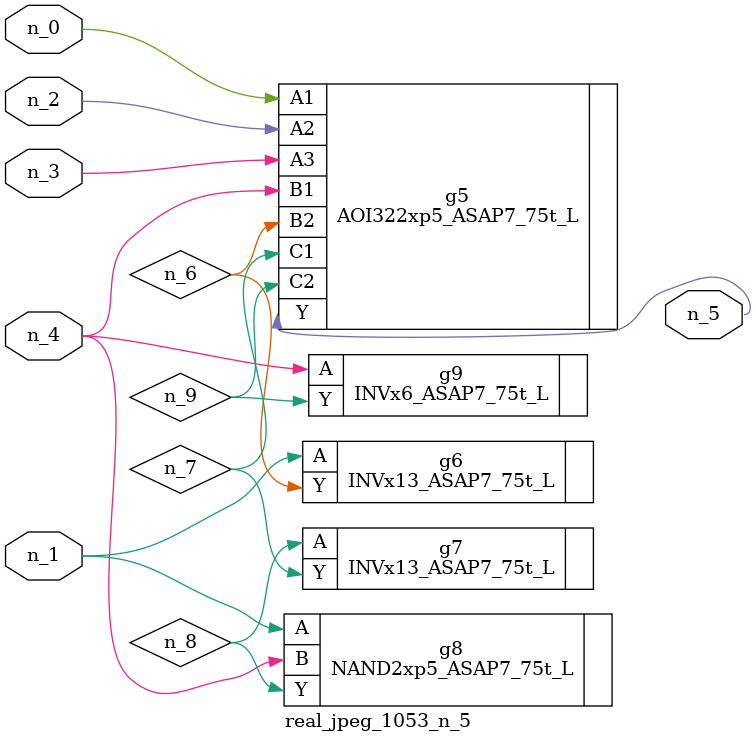
<source format=v>
module real_jpeg_1053_n_5 (n_4, n_0, n_1, n_2, n_3, n_5);

input n_4;
input n_0;
input n_1;
input n_2;
input n_3;

output n_5;

wire n_8;
wire n_6;
wire n_7;
wire n_9;

AOI322xp5_ASAP7_75t_L g5 ( 
.A1(n_0),
.A2(n_2),
.A3(n_3),
.B1(n_4),
.B2(n_6),
.C1(n_7),
.C2(n_9),
.Y(n_5)
);

INVx13_ASAP7_75t_L g6 ( 
.A(n_1),
.Y(n_6)
);

NAND2xp5_ASAP7_75t_L g8 ( 
.A(n_1),
.B(n_4),
.Y(n_8)
);

INVx6_ASAP7_75t_L g9 ( 
.A(n_4),
.Y(n_9)
);

INVx13_ASAP7_75t_L g7 ( 
.A(n_8),
.Y(n_7)
);


endmodule
</source>
